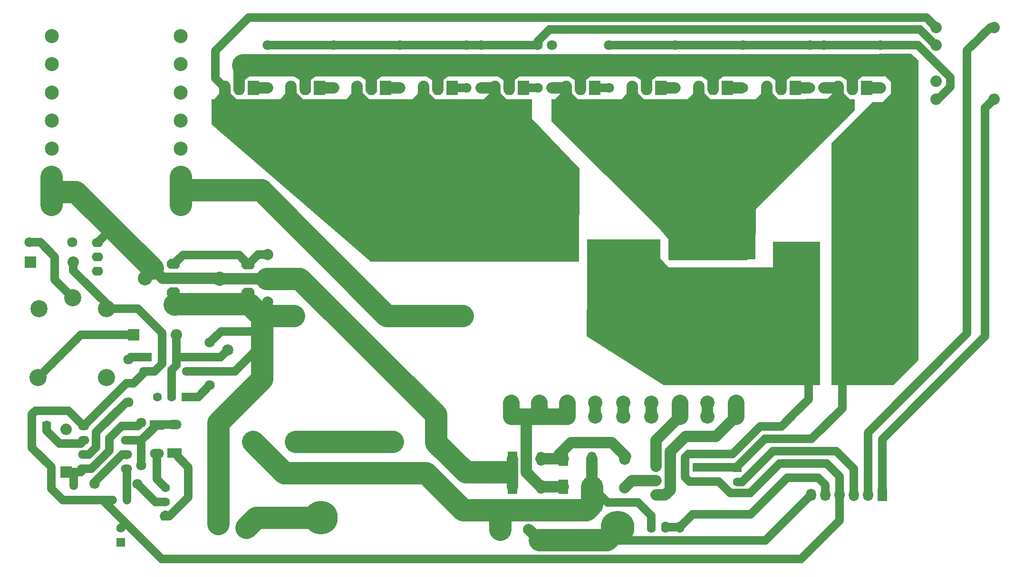
<source format=gbl>
%FSTAX24Y24*%
%MOIN*%
G70*
G01*
G75*
G04 Layer_Physical_Order=2*
G04 Layer_Color=16711680*
%ADD10C,0.0787*%
%ADD11C,0.1575*%
%ADD12C,0.1181*%
%ADD13C,0.0591*%
%ADD14C,0.0000*%
%ADD15C,0.1000*%
%ADD16C,0.0591*%
%ADD17R,0.0630X0.0630*%
%ADD18C,0.0630*%
%ADD19C,0.0787*%
%ADD20C,0.2362*%
G04:AMPARAMS|DCode=21|XSize=70mil|YSize=90mil|CornerRadius=0mil|HoleSize=0mil|Usage=FLASHONLY|Rotation=90.000|XOffset=0mil|YOffset=0mil|HoleType=Round|Shape=Octagon|*
%AMOCTAGOND21*
4,1,8,-0.0450,-0.0175,-0.0450,0.0175,-0.0275,0.0350,0.0275,0.0350,0.0450,0.0175,0.0450,-0.0175,0.0275,-0.0350,-0.0275,-0.0350,-0.0450,-0.0175,0.0*
%
%ADD21OCTAGOND21*%

%ADD22C,0.0984*%
%ADD23O,0.0591X0.0512*%
%ADD24R,0.0591X0.0512*%
%ADD25R,0.0800X0.0800*%
%ADD26C,0.0800*%
%ADD27R,0.1000X0.0650*%
%ADD28O,0.1000X0.0650*%
%ADD29R,0.0630X0.0630*%
%ADD30O,0.0787X0.0591*%
%ADD31O,0.0787X0.0630*%
%ADD32O,0.0900X0.0600*%
%ADD33R,0.0900X0.0600*%
%ADD34C,0.0709*%
%ADD35C,0.1181*%
%ADD36R,0.1181X0.1181*%
%ADD37O,0.0650X0.1000*%
%ADD38R,0.0650X0.1000*%
%ADD39O,0.0709X0.0866*%
%ADD40R,0.0709X0.0866*%
%ADD41O,0.0800X0.1000*%
%ADD42R,0.0800X0.1000*%
%ADD43O,0.0630X0.0787*%
%ADD44R,0.0800X0.0800*%
%ADD45C,0.1200*%
G36*
X189824Y044481D02*
X189837Y0437D01*
X189798Y043621D01*
X18968Y043503D01*
X189561Y043463D01*
X189365D01*
X189246Y043503D01*
X189168Y043581D01*
X189076Y043773D01*
Y044481D01*
X18842Y04492D01*
X190388D01*
X189824Y044481D01*
D02*
G37*
G36*
X194817D02*
X194829Y0437D01*
X19479Y043621D01*
X194672Y043503D01*
X194554Y043463D01*
X194357D01*
X194239Y043503D01*
X19416Y043581D01*
X194069Y043773D01*
Y044481D01*
X193412Y04492D01*
X19538D01*
X194817Y044481D01*
D02*
G37*
G36*
X152396Y04492D02*
X151832Y044481D01*
X151845Y0437D01*
X151806Y043621D01*
X151687Y043503D01*
X151569Y043463D01*
X151372D01*
X151254Y043503D01*
X151176Y043582D01*
X151084Y043773D01*
Y045151D01*
X152396Y04492D01*
D02*
G37*
G36*
X183919Y044403D02*
X183998Y044324D01*
X184076Y043576D01*
X184542Y043165D01*
X187709D01*
X188092Y043576D01*
Y044206D01*
X188131Y044285D01*
X18825Y044403D01*
X188368Y044442D01*
X188565D01*
X188683Y044403D01*
X188761Y044324D01*
X18884Y043576D01*
X189306Y043165D01*
X192701D01*
X193084Y043576D01*
Y044206D01*
X193124Y044285D01*
X193242Y044403D01*
X19336Y044442D01*
X193557D01*
X193675Y044403D01*
X193754Y044324D01*
X193832Y043576D01*
X194298Y043165D01*
X194622D01*
Y042378D01*
X187693Y035449D01*
X187677Y031906D01*
X187087D01*
Y031866D01*
X181614D01*
X181575Y031906D01*
Y033323D01*
X180906Y03411D01*
X173362Y041591D01*
Y043165D01*
X173646D01*
X174029Y043576D01*
Y044206D01*
X174069Y044285D01*
X174187Y044403D01*
X174305Y044442D01*
X174502D01*
X17462Y044403D01*
X174698Y044324D01*
X174777Y043576D01*
X175243Y043165D01*
X178284D01*
X178667Y043576D01*
Y044206D01*
X178706Y044285D01*
X178824Y044403D01*
X178943Y044442D01*
X179139D01*
X179257Y044403D01*
X179336Y044324D01*
X179415Y043576D01*
X17988Y043165D01*
X182945D01*
X183328Y043576D01*
Y044206D01*
X183368Y044285D01*
X183486Y044403D01*
X183604Y044442D01*
X183801D01*
X183919Y044403D01*
D02*
G37*
G36*
X180984Y031984D02*
X181575Y031354D01*
X188898D01*
Y033165D01*
X192205D01*
Y023087D01*
X181236D01*
X175843Y026512D01*
X175866Y030252D01*
Y033323D01*
X180984D01*
Y031984D01*
D02*
G37*
G36*
X19911Y045882D02*
X199094Y024858D01*
X197323Y023087D01*
X192992D01*
Y040094D01*
X195866Y042969D01*
X196614D01*
X197157Y043559D01*
Y044346D01*
X196764Y04478D01*
X196252D01*
X19637Y046354D01*
X198559D01*
X19911Y045882D01*
D02*
G37*
G36*
X16962Y044403D02*
X169698Y044324D01*
X169777Y043576D01*
X170243Y043165D01*
X171984D01*
Y041787D01*
X175331Y038283D01*
X175315Y031748D01*
X160709D01*
X149543Y041394D01*
Y043165D01*
X149717D01*
X1501Y043576D01*
Y044206D01*
X150139Y044285D01*
X150257Y044403D01*
X150376Y044442D01*
X150572D01*
X150691Y044403D01*
X150769Y044324D01*
X150848Y043576D01*
X151313Y043165D01*
X154355D01*
X154738Y043576D01*
Y044206D01*
X154777Y044285D01*
X154895Y044403D01*
X155013Y044442D01*
X15521D01*
X155328Y044403D01*
X155407Y044324D01*
X155486Y043576D01*
X155951Y043165D01*
X158992D01*
X159376Y043576D01*
Y044206D01*
X159415Y044285D01*
X159533Y044403D01*
X159651Y044442D01*
X159848D01*
X159966Y044403D01*
X160045Y044324D01*
X160124Y043576D01*
X160589Y043165D01*
X163646D01*
X164029Y043576D01*
Y044206D01*
X164069Y044285D01*
X164187Y044403D01*
X164305Y044442D01*
X164502D01*
X16462Y044403D01*
X164698Y044324D01*
X164777Y043576D01*
X165243Y043165D01*
X168646D01*
X169029Y043576D01*
Y044206D01*
X169069Y044285D01*
X169187Y044403D01*
X169305Y044442D01*
X169502D01*
X16962Y044403D01*
D02*
G37*
G36*
X175761Y044481D02*
X175774Y0437D01*
X175735Y043621D01*
X175617Y043503D01*
X175498Y043463D01*
X175302D01*
X175183Y043503D01*
X175105Y043582D01*
X175013Y043773D01*
Y044481D01*
X174357Y04492D01*
X176325D01*
X175761Y044481D01*
D02*
G37*
G36*
X180399D02*
X180412Y0437D01*
X180372Y043621D01*
X180254Y043503D01*
X180136Y043463D01*
X179939D01*
X179821Y043503D01*
X179743Y043582D01*
X179651Y043773D01*
Y044481D01*
X178994Y04492D01*
X180963D01*
X180399Y044481D01*
D02*
G37*
G36*
X185061D02*
X185073Y0437D01*
X185034Y043621D01*
X184916Y043503D01*
X184798Y043463D01*
X184601D01*
X184483Y043503D01*
X184404Y043582D01*
X184313Y043773D01*
Y044481D01*
X183656Y04492D01*
X185624D01*
X185061Y044481D01*
D02*
G37*
G36*
X170761D02*
X170774Y0437D01*
X170735Y043621D01*
X170617Y043503D01*
X170498Y043463D01*
X170302D01*
X170183Y043503D01*
X170105Y043582D01*
X170013Y043773D01*
Y044481D01*
X169357Y04492D01*
X171325D01*
X170761Y044481D01*
D02*
G37*
G36*
X15647D02*
X156483Y0437D01*
X156443Y043621D01*
X156325Y043503D01*
X156207Y043463D01*
X15601D01*
X155892Y043503D01*
X155813Y043582D01*
X155722Y043773D01*
Y044481D01*
X155065Y04492D01*
X157034D01*
X15647Y044481D01*
D02*
G37*
G36*
X161108D02*
X16112Y0437D01*
X161081Y043621D01*
X160963Y043503D01*
X160845Y043463D01*
X160648D01*
X16053Y043503D01*
X160451Y043582D01*
X16036Y043773D01*
Y044481D01*
X159703Y04492D01*
X161672D01*
X161108Y044481D01*
D02*
G37*
G36*
X165761D02*
X165774Y0437D01*
X165735Y043621D01*
X165617Y043503D01*
X165498Y043463D01*
X165302D01*
X165183Y043503D01*
X165105Y043582D01*
X165013Y043773D01*
Y044481D01*
X164357Y04492D01*
X166325D01*
X165761Y044481D01*
D02*
G37*
D10*
X170528Y020882D02*
X170528Y020882D01*
X170528Y020882D02*
Y021866D01*
X172496Y020882D02*
Y021866D01*
X186276Y020882D02*
Y021866D01*
X182339Y020882D02*
Y021866D01*
X184307Y020882D02*
Y021866D01*
X18037Y020882D02*
Y021866D01*
X178402Y020882D02*
Y021866D01*
X176433Y020882D02*
Y021866D01*
X174465Y020882D02*
Y021866D01*
X178984Y016378D02*
X180701D01*
X178496Y01589D02*
X178984Y016378D01*
X182756Y019504D02*
X184913D01*
X181685Y018433D02*
X182756Y019504D01*
X181685Y015724D02*
Y018433D01*
X184913Y019504D02*
X186291Y020882D01*
X180701Y015378D02*
X181339D01*
X181685Y015724D01*
X180701Y019228D02*
X182354Y020882D01*
X180701Y017378D02*
Y019228D01*
X176202Y015941D02*
Y01791D01*
X172628D02*
X174202D01*
X173889Y018224D02*
X174736Y019071D01*
X177591D02*
X178575Y018087D01*
X174736Y019071D02*
X177591D01*
X171606Y016963D02*
X172628Y015941D01*
X172628Y015941D02*
X174202D01*
X146882Y030583D02*
X15011D01*
X15211Y030567D02*
X153386D01*
X150118Y030567D02*
X152118D01*
X170628Y015941D02*
Y016984D01*
X170588D02*
X170628Y017024D01*
Y01791D01*
X15611Y043953D02*
Y045117D01*
X160748Y043953D02*
Y045117D01*
X165402Y043953D02*
Y045117D01*
X170402Y043953D02*
Y045117D01*
X175402Y043953D02*
Y045117D01*
X180039Y043953D02*
Y045117D01*
X184701Y043953D02*
Y045117D01*
X189465Y043953D02*
Y045117D01*
X194457Y043953D02*
Y045117D01*
X152472Y043953D02*
X153457D01*
X161748D02*
X162732D01*
X15711D02*
X158094D01*
X181039D02*
X182024D01*
X185701D02*
X186685D01*
X190465Y043953D02*
X191449D01*
X195457D02*
X196441D01*
X176202Y015391D02*
Y015941D01*
X146087Y030583D02*
X146882D01*
X171772Y012968D02*
X17252Y01222D01*
X151472Y043953D02*
Y045314D01*
X159646Y042417D02*
Y04252D01*
X154984Y042441D02*
Y042567D01*
X164409Y042457D02*
Y042465D01*
X169402Y042449D02*
Y043953D01*
X164402Y042465D02*
Y043953D01*
X159748Y04252D02*
Y043953D01*
X15511Y042567D02*
Y043953D01*
X150472Y042535D02*
Y043953D01*
X168417D02*
X169402D01*
X173386D02*
X174402D01*
Y042724D02*
Y043953D01*
X179039Y042441D02*
Y043953D01*
X183701Y042417D02*
Y043953D01*
X188465Y042457D02*
Y043953D01*
X193457Y042449D02*
Y043953D01*
X192472D02*
X193457D01*
X145389Y03128D02*
X146087Y030583D01*
X171606Y016963D02*
Y020882D01*
D11*
X151717Y045567D02*
X196528D01*
X153071Y02352D02*
Y027811D01*
X151969Y013087D02*
X152677Y013795D01*
X152709Y013795D02*
X157236D01*
X147354Y035764D02*
Y036787D01*
Y037732D01*
Y036787D02*
X153031D01*
X152992D02*
X161811Y027968D01*
X16185D02*
X167118D01*
X153386Y030567D02*
X155709D01*
X165268Y019071D02*
Y021008D01*
Y019071D02*
X167354Y016984D01*
X170118D01*
X155425Y01911D02*
X162236D01*
X146969Y028795D02*
X152165D01*
X191378Y042417D02*
X193425D01*
X188693Y026906D02*
X190759D01*
X14Y036669D02*
X145389Y03128D01*
X155709Y030567D02*
X165268Y021008D01*
X17252Y01222D02*
X177244D01*
X178008Y013087D02*
X178189Y013165D01*
X177244Y01222D02*
X17765Y012627D01*
X178189Y013165D01*
X153465Y027968D02*
X155307D01*
X146929Y028756D02*
X146969Y028795D01*
X15Y020449D02*
X153071Y02352D01*
X15Y013362D02*
Y020449D01*
X152165Y028795D02*
X153228Y027732D01*
X138299Y036669D02*
Y037732D01*
Y035764D02*
Y036669D01*
X14D01*
X169646Y014307D02*
X169685Y014268D01*
X169646Y014307D02*
X169724D01*
X164567Y016906D02*
X167165Y014307D01*
X169646D01*
X176202Y014722D02*
Y015941D01*
X175787Y014307D02*
X176202Y014722D01*
X154638Y016906D02*
X164567D01*
X152433Y01911D02*
X154638Y016906D01*
X169764Y012968D02*
Y014189D01*
X169685Y014268D02*
X169724Y014307D01*
X175787D01*
D12*
X172496Y020882D02*
X174465D01*
X170528D02*
X172496D01*
X174465Y020882D02*
Y021866D01*
X172496Y020882D02*
Y021866D01*
X170528Y020882D02*
Y021866D01*
X186291Y020882D02*
Y021866D01*
X182354Y020882D02*
Y021866D01*
X174465Y020882D02*
X174465Y020882D01*
D13*
X178096Y012181D02*
X188355D01*
X193344Y018441D02*
X194565Y01722D01*
Y01539D02*
Y01722D01*
X193283Y018441D02*
X193344D01*
X18889D02*
X193283D01*
X142535Y028441D02*
X14437D01*
X139839Y031138D02*
X142535Y028441D01*
X139839Y031138D02*
Y031787D01*
X147059Y0245D02*
Y026512D01*
X146717Y024157D02*
X147059Y0245D01*
X146717Y02226D02*
Y024157D01*
X201331Y044032D02*
Y044685D01*
X199063Y046953D02*
X201331Y044685D01*
X196441Y046953D02*
X199063D01*
X199205Y048047D02*
X200307Y046945D01*
X17322Y048047D02*
X199205D01*
X172386Y047213D02*
X17322Y048047D01*
X199677Y048874D02*
X200346Y048205D01*
X152126Y048874D02*
X199677D01*
X149803Y046551D02*
X152126Y048874D01*
X182732Y018024D02*
X182953Y018244D01*
X182732Y016606D02*
Y018024D01*
Y016606D02*
X183019Y016319D01*
X189898Y016591D02*
X192079D01*
X187339Y014031D02*
X189898Y016591D01*
X18326Y014031D02*
X187339D01*
X192079Y016591D02*
X192565Y016105D01*
X192669Y017575D02*
X193565Y01668D01*
X189362Y017575D02*
X192669D01*
X187315Y015528D02*
X189362Y017575D01*
X186748Y016299D02*
X18889Y018441D01*
X191604Y019307D02*
X193751Y021454D01*
X188339Y019307D02*
X191604D01*
X186409Y017378D02*
X188339Y019307D01*
X189494Y020189D02*
X190546Y021241D01*
X188008Y020189D02*
X189494D01*
X186063Y018244D02*
X188008Y020189D01*
X182953Y018244D02*
X186063D01*
X188355Y012181D02*
X191565Y01539D01*
X138289Y015837D02*
Y017341D01*
X13911Y015016D02*
X14189D01*
X146024Y010882D01*
X136929Y018701D02*
X138289Y017341D01*
X150189Y026866D02*
X153071D01*
X149409Y026087D02*
X150189Y026866D01*
X143551Y021898D02*
X143701D01*
X141449Y019795D02*
X143551Y021898D01*
X141449Y018717D02*
Y019795D01*
X143248Y020217D02*
X143579D01*
X142378Y019346D02*
X143248Y020217D01*
X142378Y01848D02*
Y019346D01*
X141114Y017217D02*
X142378Y01848D01*
X140579Y017217D02*
X141114D01*
X140949Y018217D02*
X141449Y018717D01*
X143256Y018217D02*
X143579D01*
X141268Y016228D02*
X143256Y018217D01*
X141268Y016228D02*
X141339Y016157D01*
X139819Y016988D02*
X139858Y016949D01*
X139819Y016988D02*
X14035D01*
X139331D02*
X139819D01*
X139858Y016067D02*
Y016949D01*
X138289Y015837D02*
X13911Y015016D01*
X179425Y014858D02*
X180354Y013929D01*
X177285Y014858D02*
X179425D01*
X176202Y015941D02*
X177285Y014858D01*
X182354Y013126D02*
X18326Y014031D01*
X181354Y013126D02*
X182354D01*
X180354D02*
Y013929D01*
X147059Y025055D02*
X147907D01*
X150157D01*
X150669Y025567D01*
X137365Y023638D02*
X140357Y02663D01*
X144059D01*
X143165Y013063D02*
X143492Y01339D01*
X152803Y03226D02*
X15348D01*
X15211Y031567D02*
X152803Y03226D01*
X143579Y017193D02*
Y017217D01*
X143602Y015016D02*
Y017193D01*
X144366Y020217D02*
X144598Y020449D01*
X145693Y020302D02*
X145698Y020307D01*
X144607Y019217D02*
X145693Y020302D01*
X145698Y020307D02*
X146921D01*
X144598Y017449D02*
Y019208D01*
X143579Y020217D02*
X144366D01*
X140579Y018217D02*
X140949D01*
X194565Y015257D02*
Y01539D01*
X192565D02*
Y016105D01*
X196565Y01539D02*
Y019305D01*
X193565Y01539D02*
Y01668D01*
X185898Y015528D02*
X187315D01*
X185106Y016319D02*
X185898Y015528D01*
X183551Y016319D02*
X185106D01*
X186409Y016299D02*
X186748D01*
X183551Y017319D02*
X186409D01*
Y017378D01*
Y017299D02*
Y017319D01*
X183019Y016319D02*
X183551D01*
X166402Y043953D02*
X167402D01*
X171402D02*
X172386D01*
X176402D02*
X177402D01*
X146882Y031583D02*
X14752Y03222D01*
X151457D01*
X15211Y031567D01*
X140394Y017217D02*
X140579D01*
X146921Y018307D02*
X147906Y017323D01*
X147717Y02226D02*
X147874D01*
X144907Y024055D02*
X145535D01*
X148583Y02226D02*
X149409Y023087D01*
X147717Y02226D02*
X148583D01*
X143575Y023213D02*
X144065D01*
X140579Y020217D02*
X143575Y023213D01*
X144065D02*
X144907Y024055D01*
X139492Y021303D02*
X140579Y020217D01*
X137953Y021303D02*
X139492D01*
X137193D02*
X137953D01*
X136929Y021039D02*
X137193Y021303D01*
X136929Y018701D02*
Y021039D01*
X14035Y016988D02*
X140579Y017217D01*
X141535Y033102D02*
X142504Y034071D01*
X190546Y021241D02*
X190759Y021454D01*
X190546Y021241D02*
X191409Y022105D01*
Y024268D01*
X193751Y021454D02*
Y023617D01*
X194402Y024268D01*
X136764Y033126D02*
X13752D01*
X138543Y032102D01*
Y030488D02*
Y032102D01*
Y030488D02*
X139803Y029228D01*
X138858Y018992D02*
X140354D01*
X137953Y019898D02*
X138858Y018992D01*
X137953Y019898D02*
Y020303D01*
X143858Y025055D02*
X144907D01*
X143701Y024898D02*
X143858Y025055D01*
X17765Y012627D02*
X178096Y012181D01*
X193565Y01358D02*
Y01539D01*
X14189Y015016D02*
X142602D01*
X195565Y01539D02*
Y019761D01*
X149803Y044622D02*
Y046551D01*
Y044622D02*
X150472Y043953D01*
X196565Y019305D02*
X20378Y02652D01*
X144598Y019217D02*
X144607D01*
X143579D02*
X144607D01*
X145535Y024055D02*
X146063Y024583D01*
Y026748D01*
X14437Y028441D02*
X146063Y026748D01*
X147907Y024055D02*
X148449D01*
X147907D02*
X151157D01*
X152669Y025567D01*
X153457Y046953D02*
X158094D01*
X17437Y043984D02*
X174402Y043953D01*
X172386Y046953D02*
Y047213D01*
X167402Y046953D02*
X168417D01*
X172386D01*
X190827Y046953D02*
X192472D01*
X182047Y046953D02*
X19289Y046953D01*
X177402Y046953D02*
X182047D01*
X140354Y018992D02*
X140579Y019217D01*
X143567Y018205D02*
X143579Y018217D01*
X192472Y046953D02*
X196441D01*
X195565Y019761D02*
X202512Y026709D01*
Y046583D01*
X200346Y043165D02*
X200465D01*
X201331Y044032D01*
X200307Y046945D02*
X200346D01*
X204134Y048205D02*
X204402D01*
X203288Y047359D02*
X204134Y048205D01*
X202512Y046583D02*
X203288Y047359D01*
X20378Y04785D01*
Y02652D02*
Y042543D01*
X204402Y043165D01*
X158094Y046953D02*
X162732D01*
X167402D01*
X146024Y010882D02*
X190866D01*
X193565Y01358D01*
X145693Y016504D02*
Y018302D01*
Y016504D02*
X146315Y015882D01*
X145614Y014882D02*
X145622Y014874D01*
X144339Y016157D02*
X145614Y014882D01*
X146315D01*
X146213Y013874D02*
X146315Y013976D01*
Y013882D02*
X146559D01*
X147906Y015228D01*
Y017323D01*
D15*
X186276Y021866D02*
D03*
X170528D02*
D03*
X172496D02*
D03*
X174465D02*
D03*
X176433D02*
D03*
X184307D02*
D03*
X182339D02*
D03*
X18037D02*
D03*
X178402D02*
D03*
X186276Y032693D02*
D03*
X178402D02*
D03*
X18037D02*
D03*
X182339D02*
D03*
X184307D02*
D03*
X176433D02*
D03*
X174465D02*
D03*
X172496D02*
D03*
X170528D02*
D03*
X178402Y020882D02*
D03*
X18037D02*
D03*
X182339D02*
D03*
X184307D02*
D03*
X176433D02*
D03*
X174465D02*
D03*
X172496D02*
D03*
X170528D02*
D03*
X186276D02*
D03*
X144882Y030583D02*
D03*
X15011Y030567D02*
D03*
D16*
X139858Y016028D02*
D03*
Y015028D02*
D03*
X142602Y015016D02*
D03*
X143602D02*
D03*
D17*
X143165Y012063D02*
D03*
X146315Y013882D02*
D03*
X180701Y017378D02*
D03*
X183551Y017319D02*
D03*
X186409Y017299D02*
D03*
D18*
X143165Y013063D02*
D03*
X145717Y02226D02*
D03*
X146717D02*
D03*
X146315Y015882D02*
D03*
Y014882D02*
D03*
X180701Y016378D02*
D03*
Y015378D02*
D03*
X183551Y016319D02*
D03*
X186409Y016299D02*
D03*
D19*
X15348Y028913D02*
D03*
Y03226D02*
D03*
X152669Y025567D02*
D03*
X150669D02*
D03*
X178496Y01589D02*
D03*
Y01789D02*
D03*
X151969Y013087D02*
D03*
X15D02*
D03*
X169764Y012968D02*
D03*
X171772D02*
D03*
D20*
X157205Y013795D02*
D03*
X196024Y034661D02*
D03*
X189252Y027024D02*
D03*
X189291Y028795D02*
D03*
X196339Y027102D02*
D03*
Y028795D02*
D03*
X178008Y013087D02*
D03*
D21*
X146882Y031583D02*
D03*
Y030583D02*
D03*
Y029583D02*
D03*
X15211Y031567D02*
D03*
Y030567D02*
D03*
Y029567D02*
D03*
D22*
X167118Y027968D02*
D03*
X155307D02*
D03*
X147378Y045606D02*
D03*
Y047575D02*
D03*
X138323D02*
D03*
Y035764D02*
D03*
Y037732D02*
D03*
Y041669D02*
D03*
Y039701D02*
D03*
Y043638D02*
D03*
Y045606D02*
D03*
X147378Y043638D02*
D03*
Y041669D02*
D03*
Y037732D02*
D03*
Y039701D02*
D03*
Y035764D02*
D03*
D23*
X137953Y021303D02*
D03*
D24*
Y020303D02*
D03*
D25*
X139331Y016988D02*
D03*
D26*
Y019988D02*
D03*
X200346Y043165D02*
D03*
Y044425D02*
D03*
Y048205D02*
D03*
Y046945D02*
D03*
X204402Y048205D02*
D03*
Y043165D02*
D03*
X147059Y02663D02*
D03*
X139831Y031709D02*
D03*
D27*
X146921Y018307D02*
D03*
X145693Y020302D02*
D03*
D28*
X146921Y020307D02*
D03*
X145693Y018302D02*
D03*
D29*
X147717Y02226D02*
D03*
D30*
X140579Y020217D02*
D03*
Y019217D02*
D03*
Y018217D02*
D03*
Y017217D02*
D03*
X143579D02*
D03*
Y018217D02*
D03*
Y019217D02*
D03*
Y020217D02*
D03*
D31*
X141535Y031102D02*
D03*
Y032102D02*
D03*
Y033102D02*
D03*
D32*
X147907Y025055D02*
D03*
Y024055D02*
D03*
X144907D02*
D03*
D33*
Y025055D02*
D03*
D34*
X141339Y016157D02*
D03*
X144339D02*
D03*
X143701Y024898D02*
D03*
Y021898D02*
D03*
X144598Y020449D02*
D03*
Y017449D02*
D03*
X149409Y023087D02*
D03*
Y026087D02*
D03*
X168417Y046953D02*
D03*
Y043953D02*
D03*
X162732D02*
D03*
Y046953D02*
D03*
X167402Y043953D02*
D03*
Y046953D02*
D03*
X172386Y043953D02*
D03*
Y046953D02*
D03*
X177402Y043953D02*
D03*
Y046953D02*
D03*
X182047Y043953D02*
D03*
Y046953D02*
D03*
X158094Y043953D02*
D03*
Y046953D02*
D03*
X153457Y043953D02*
D03*
Y046953D02*
D03*
X196441Y043953D02*
D03*
Y046953D02*
D03*
X191488Y043953D02*
D03*
Y046953D02*
D03*
X192472D02*
D03*
Y043953D02*
D03*
X186811D02*
D03*
Y046953D02*
D03*
X136764Y033126D02*
D03*
X139764D02*
D03*
X173386Y046953D02*
D03*
Y043953D02*
D03*
D35*
X152433Y01911D02*
D03*
X162276Y019071D02*
D03*
X191409Y024268D02*
D03*
Y031512D02*
D03*
D36*
X155425Y01911D02*
D03*
X165268Y019071D02*
D03*
X194402Y024268D02*
D03*
Y031512D02*
D03*
D37*
X172628Y01791D02*
D03*
Y015941D02*
D03*
X176202Y015941D02*
D03*
Y01791D02*
D03*
D38*
X170628D02*
D03*
Y015941D02*
D03*
X174202Y015941D02*
D03*
Y01791D02*
D03*
D39*
X191565Y01539D02*
D03*
X192565D02*
D03*
X193565D02*
D03*
X195565D02*
D03*
X194565D02*
D03*
D40*
X196565D02*
D03*
D41*
X179039Y043953D02*
D03*
X180039D02*
D03*
X174402D02*
D03*
X175402D02*
D03*
X169402D02*
D03*
X170402D02*
D03*
X164402D02*
D03*
X165402D02*
D03*
X159748D02*
D03*
X160748D02*
D03*
X15511D02*
D03*
X15611D02*
D03*
X150472D02*
D03*
X151472D02*
D03*
X193457Y043953D02*
D03*
X194457D02*
D03*
X188465D02*
D03*
X189465D02*
D03*
X183701Y043953D02*
D03*
X184701D02*
D03*
D42*
X181039D02*
D03*
X176402D02*
D03*
X171402D02*
D03*
X166402D02*
D03*
X161748D02*
D03*
X15711D02*
D03*
X152472D02*
D03*
X195457Y043953D02*
D03*
X190465D02*
D03*
X185701Y043953D02*
D03*
D43*
X180354Y013126D02*
D03*
X181354D02*
D03*
X182354D02*
D03*
D44*
X144059Y02663D02*
D03*
X136831Y031709D02*
D03*
D45*
X137441Y028441D02*
D03*
X142165D02*
D03*
X137365Y023638D02*
D03*
X142165D02*
D03*
X139803Y029228D02*
D03*
M02*

</source>
